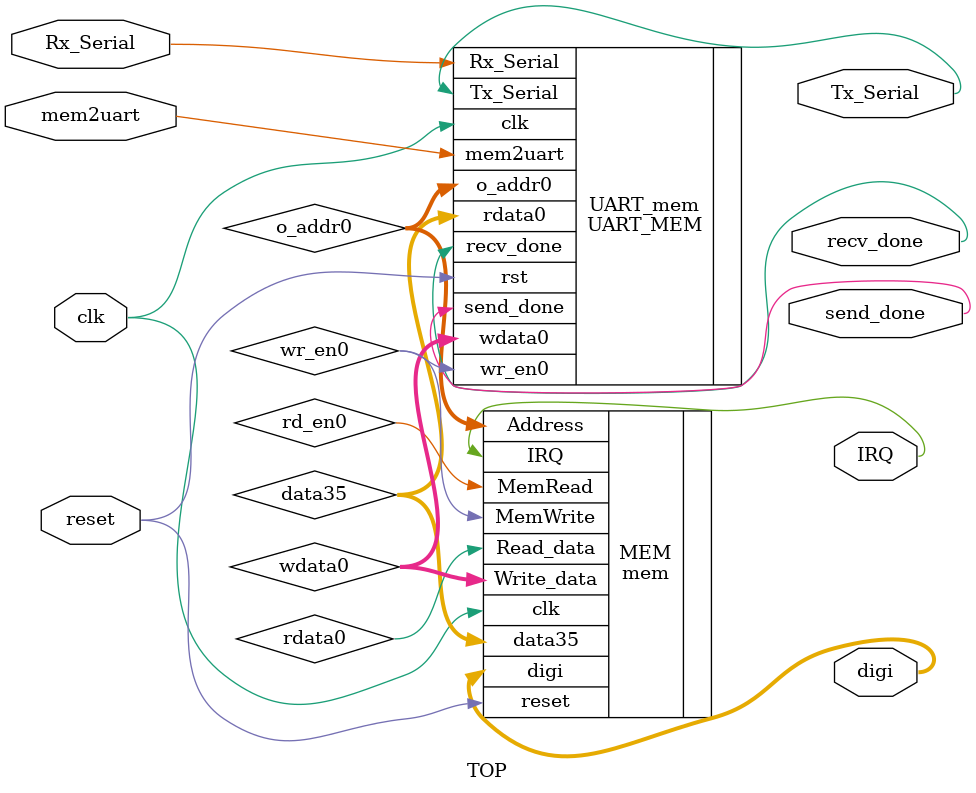
<source format=v>
module TOP (
    input clk,
    input reset,
    input Rx_Serial,
    input mem2uart,
    output wire Tx_Serial,
    output wire recv_done,
    output wire send_done,
    output wire IRQ,
    output wire [11:0] digi
);
wire [31:0] o_addr0;
wire rd_e0,wr_en0;
wire [31:0] data35,wdata0;
UART_MEM UART_mem(.clk(clk),.rst(reset),.mem2uart(mem2uart),.recv_done(recv_done),
.send_done(send_done),.o_addr0(o_addr0),.wr_en0(wr_en0),.rdata0(data35),.wdata0(wdata0),
.Rx_Serial(Rx_Serial),.Tx_Serial(Tx_Serial));

mem MEM(.reset(reset), .clk(clk), .Address(o_addr0), .Write_data(wdata0), .Read_data(rdata0), .MemRead(rd_en0), .MemWrite(wr_en0), .IRQ(IRQ), .digi(digi),.data35(data35)
);



endmodule
</source>
